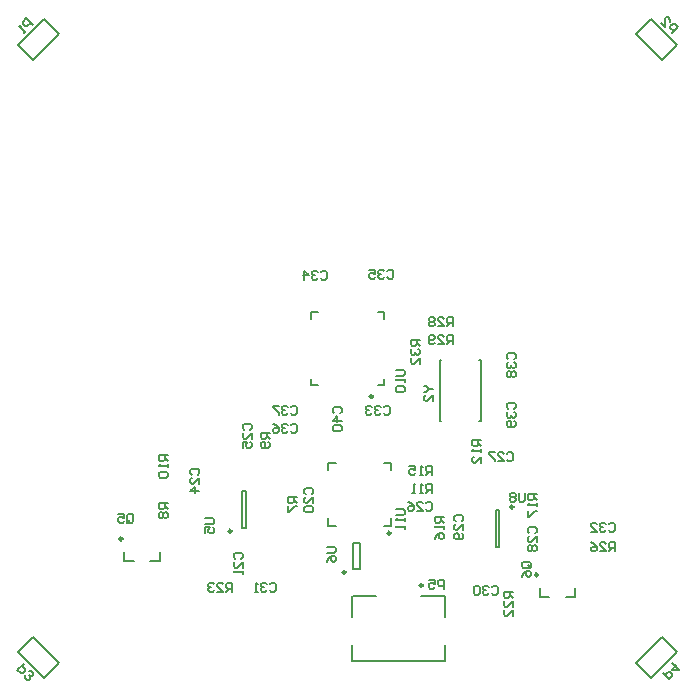
<source format=gbo>
G04*
G04 #@! TF.GenerationSoftware,Altium Limited,Altium Designer,21.6.1 (37)*
G04*
G04 Layer_Color=32896*
%FSLAX24Y24*%
%MOIN*%
G70*
G04*
G04 #@! TF.SameCoordinates,4ED41DF6-4530-4611-BF79-ADCA28F4CC56*
G04*
G04*
G04 #@! TF.FilePolarity,Positive*
G04*
G01*
G75*
%ADD10C,0.0098*%
%ADD11C,0.0079*%
%ADD12C,0.0080*%
%ADD16C,0.0050*%
D10*
X19933Y12351D02*
G03*
X19933Y12351I-49J0D01*
G01*
X19337Y16906D02*
G03*
X19337Y16906I-49J0D01*
G01*
X20999Y10609D02*
G03*
X20999Y10609I-49J0D01*
G01*
X24022Y13228D02*
G03*
X24022Y13228I-49J0D01*
G01*
X24841Y10963D02*
G03*
X24841Y10963I-49J0D01*
G01*
X18426Y11049D02*
G03*
X18426Y11049I-49J0D01*
G01*
X14627Y12422D02*
G03*
X14627Y12422I-49J0D01*
G01*
X10991Y12163D02*
G03*
X10991Y12163I-49J0D01*
G01*
D11*
X19697Y12607D02*
X19943D01*
Y12853D01*
Y14447D02*
Y14693D01*
X19697D02*
X19943D01*
X17857D02*
X18103D01*
X17857Y14447D02*
Y14693D01*
Y12607D02*
X18103D01*
X17857D02*
Y12853D01*
X19720Y19504D02*
Y19720D01*
X19504D02*
X19720D01*
X17280Y19504D02*
Y19720D01*
X17496D01*
X17280Y17280D02*
Y17496D01*
Y17280D02*
X17496D01*
X19720D02*
Y17496D01*
X19504Y17280D02*
X19720D01*
X22880Y16076D02*
X22939D01*
X22880Y18124D02*
X22939D01*
X21561Y16076D02*
X21620D01*
X21561Y18124D02*
X21620D01*
X22939Y16076D02*
Y18124D01*
X21561Y16076D02*
Y18124D01*
X23441Y11890D02*
Y13110D01*
X23559Y11890D02*
Y13110D01*
X23441Y11890D02*
X23559D01*
X23441Y13110D02*
X23559D01*
X25776Y10224D02*
X26091D01*
Y10539D01*
X24909Y10224D02*
X25224D01*
X24909D02*
Y10539D01*
X18682Y11167D02*
X18918D01*
X18682Y12033D02*
X18918D01*
X18682Y11167D02*
Y12033D01*
X18918Y11167D02*
Y12033D01*
X15109Y12540D02*
Y13760D01*
X14991Y12540D02*
Y13760D01*
X15109D01*
X14991Y12540D02*
X15109D01*
X11926Y11424D02*
X12241D01*
Y11739D01*
X11059Y11424D02*
X11374D01*
X11059D02*
Y11739D01*
X7522Y28623D02*
X8023Y28122D01*
X7522Y28623D02*
X8377Y29478D01*
X8878Y28977D01*
X8023Y28122D02*
X8878Y28977D01*
X28122D02*
X28623Y29478D01*
X29478Y28623D01*
X28977Y28122D02*
X29478Y28623D01*
X28122Y28977D02*
X28977Y28122D01*
Y8878D02*
X29478Y8377D01*
X28623Y7522D02*
X29478Y8377D01*
X28122Y8023D02*
X28623Y7522D01*
X28122Y8023D02*
X28977Y8878D01*
X8377Y7522D02*
X8878Y8023D01*
X7522Y8377D02*
X8377Y7522D01*
X7522Y8377D02*
X8023Y8878D01*
X8878Y8023D01*
D12*
X21750Y9561D02*
Y10273D01*
Y8104D02*
Y8611D01*
X18650Y8104D02*
Y8611D01*
X20950Y10273D02*
X21735D01*
X18665D02*
X19450D01*
X18665Y8104D02*
X21735D01*
X18650Y9561D02*
Y10273D01*
D16*
X18050Y16350D02*
X18000Y16400D01*
Y16500D01*
X18050Y16550D01*
X18250D01*
X18300Y16500D01*
Y16400D01*
X18250Y16350D01*
X18300Y16100D02*
X18000D01*
X18150Y16250D01*
Y16050D01*
X18050Y15950D02*
X18000Y15900D01*
Y15800D01*
X18050Y15750D01*
X18250D01*
X18300Y15800D01*
Y15900D01*
X18250Y15950D01*
X18050D01*
X21050Y17250D02*
X21100D01*
X21200Y17150D01*
X21100Y17050D01*
X21050D01*
X21200Y17150D02*
X21350D01*
Y16750D02*
Y16950D01*
X21150Y16750D01*
X21100D01*
X21050Y16800D01*
Y16900D01*
X21100Y16950D01*
X17100Y13650D02*
X17050Y13700D01*
Y13800D01*
X17100Y13850D01*
X17300D01*
X17350Y13800D01*
Y13700D01*
X17300Y13650D01*
X17350Y13350D02*
Y13550D01*
X17150Y13350D01*
X17100D01*
X17050Y13400D01*
Y13500D01*
X17100Y13550D01*
Y13250D02*
X17050Y13200D01*
Y13100D01*
X17100Y13050D01*
X17300D01*
X17350Y13100D01*
Y13200D01*
X17300Y13250D01*
X17100D01*
X14750Y11500D02*
X14700Y11550D01*
Y11650D01*
X14750Y11700D01*
X14950D01*
X15000Y11650D01*
Y11550D01*
X14950Y11500D01*
X15000Y11200D02*
Y11400D01*
X14800Y11200D01*
X14750D01*
X14700Y11250D01*
Y11350D01*
X14750Y11400D01*
X15000Y11100D02*
Y11000D01*
Y11050D01*
X14700D01*
X14750Y11100D01*
X13300Y14300D02*
X13250Y14350D01*
Y14450D01*
X13300Y14500D01*
X13500D01*
X13550Y14450D01*
Y14350D01*
X13500Y14300D01*
X13550Y14000D02*
Y14200D01*
X13350Y14000D01*
X13300D01*
X13250Y14050D01*
Y14150D01*
X13300Y14200D01*
X13550Y13750D02*
X13250D01*
X13400Y13900D01*
Y13700D01*
X15050Y15800D02*
X15000Y15850D01*
Y15950D01*
X15050Y16000D01*
X15250D01*
X15300Y15950D01*
Y15850D01*
X15250Y15800D01*
X15300Y15500D02*
Y15700D01*
X15100Y15500D01*
X15050D01*
X15000Y15550D01*
Y15650D01*
X15050Y15700D01*
X15000Y15200D02*
Y15400D01*
X15150D01*
X15100Y15300D01*
Y15250D01*
X15150Y15200D01*
X15250D01*
X15300Y15250D01*
Y15350D01*
X15250Y15400D01*
X21100Y13350D02*
X21150Y13400D01*
X21250D01*
X21300Y13350D01*
Y13150D01*
X21250Y13100D01*
X21150D01*
X21100Y13150D01*
X20800Y13100D02*
X21000D01*
X20800Y13300D01*
Y13350D01*
X20850Y13400D01*
X20950D01*
X21000Y13350D01*
X20500Y13400D02*
X20600Y13350D01*
X20700Y13250D01*
Y13150D01*
X20650Y13100D01*
X20550D01*
X20500Y13150D01*
Y13200D01*
X20550Y13250D01*
X20700D01*
X23800Y15000D02*
X23850Y15050D01*
X23950D01*
X24000Y15000D01*
Y14800D01*
X23950Y14750D01*
X23850D01*
X23800Y14800D01*
X23500Y14750D02*
X23700D01*
X23500Y14950D01*
Y15000D01*
X23550Y15050D01*
X23650D01*
X23700Y15000D01*
X23400Y15050D02*
X23200D01*
Y15000D01*
X23400Y14800D01*
Y14750D01*
X24550Y12350D02*
X24500Y12400D01*
Y12500D01*
X24550Y12550D01*
X24750D01*
X24800Y12500D01*
Y12400D01*
X24750Y12350D01*
X24800Y12050D02*
Y12250D01*
X24600Y12050D01*
X24550D01*
X24500Y12100D01*
Y12200D01*
X24550Y12250D01*
Y11950D02*
X24500Y11900D01*
Y11800D01*
X24550Y11750D01*
X24600D01*
X24650Y11800D01*
X24700Y11750D01*
X24750D01*
X24800Y11800D01*
Y11900D01*
X24750Y11950D01*
X24700D01*
X24650Y11900D01*
X24600Y11950D01*
X24550D01*
X24650Y11900D02*
Y11800D01*
X22100Y12750D02*
X22050Y12800D01*
Y12900D01*
X22100Y12950D01*
X22300D01*
X22350Y12900D01*
Y12800D01*
X22300Y12750D01*
X22350Y12450D02*
Y12650D01*
X22150Y12450D01*
X22100D01*
X22050Y12500D01*
Y12600D01*
X22100Y12650D01*
X22300Y12350D02*
X22350Y12300D01*
Y12200D01*
X22300Y12150D01*
X22100D01*
X22050Y12200D01*
Y12300D01*
X22100Y12350D01*
X22150D01*
X22200Y12300D01*
Y12150D01*
X23300Y10550D02*
X23350Y10600D01*
X23450D01*
X23500Y10550D01*
Y10350D01*
X23450Y10300D01*
X23350D01*
X23300Y10350D01*
X23200Y10550D02*
X23150Y10600D01*
X23050D01*
X23000Y10550D01*
Y10500D01*
X23050Y10450D01*
X23100D01*
X23050D01*
X23000Y10400D01*
Y10350D01*
X23050Y10300D01*
X23150D01*
X23200Y10350D01*
X22900Y10550D02*
X22850Y10600D01*
X22750D01*
X22700Y10550D01*
Y10350D01*
X22750Y10300D01*
X22850D01*
X22900Y10350D01*
Y10550D01*
X15900Y10650D02*
X15950Y10700D01*
X16050D01*
X16100Y10650D01*
Y10450D01*
X16050Y10400D01*
X15950D01*
X15900Y10450D01*
X15800Y10650D02*
X15750Y10700D01*
X15650D01*
X15600Y10650D01*
Y10600D01*
X15650Y10550D01*
X15700D01*
X15650D01*
X15600Y10500D01*
Y10450D01*
X15650Y10400D01*
X15750D01*
X15800Y10450D01*
X15500Y10400D02*
X15400D01*
X15450D01*
Y10700D01*
X15500Y10650D01*
X27200Y12650D02*
X27250Y12700D01*
X27350D01*
X27400Y12650D01*
Y12450D01*
X27350Y12400D01*
X27250D01*
X27200Y12450D01*
X27100Y12650D02*
X27050Y12700D01*
X26950D01*
X26900Y12650D01*
Y12600D01*
X26950Y12550D01*
X27000D01*
X26950D01*
X26900Y12500D01*
Y12450D01*
X26950Y12400D01*
X27050D01*
X27100Y12450D01*
X26600Y12400D02*
X26800D01*
X26600Y12600D01*
Y12650D01*
X26650Y12700D01*
X26750D01*
X26800Y12650D01*
X19700Y16550D02*
X19750Y16600D01*
X19850D01*
X19900Y16550D01*
Y16350D01*
X19850Y16300D01*
X19750D01*
X19700Y16350D01*
X19600Y16550D02*
X19550Y16600D01*
X19450D01*
X19400Y16550D01*
Y16500D01*
X19450Y16450D01*
X19500D01*
X19450D01*
X19400Y16400D01*
Y16350D01*
X19450Y16300D01*
X19550D01*
X19600Y16350D01*
X19300Y16550D02*
X19250Y16600D01*
X19150D01*
X19100Y16550D01*
Y16500D01*
X19150Y16450D01*
X19200D01*
X19150D01*
X19100Y16400D01*
Y16350D01*
X19150Y16300D01*
X19250D01*
X19300Y16350D01*
X17600Y21050D02*
X17650Y21100D01*
X17750D01*
X17800Y21050D01*
Y20850D01*
X17750Y20800D01*
X17650D01*
X17600Y20850D01*
X17500Y21050D02*
X17450Y21100D01*
X17350D01*
X17300Y21050D01*
Y21000D01*
X17350Y20950D01*
X17400D01*
X17350D01*
X17300Y20900D01*
Y20850D01*
X17350Y20800D01*
X17450D01*
X17500Y20850D01*
X17050Y20800D02*
Y21100D01*
X17200Y20950D01*
X17000D01*
X19820Y21079D02*
X19870Y21129D01*
X19970D01*
X20020Y21079D01*
Y20879D01*
X19970Y20829D01*
X19870D01*
X19820Y20879D01*
X19721Y21079D02*
X19671Y21129D01*
X19571D01*
X19521Y21079D01*
Y21029D01*
X19571Y20979D01*
X19621D01*
X19571D01*
X19521Y20929D01*
Y20879D01*
X19571Y20829D01*
X19671D01*
X19721Y20879D01*
X19221Y21129D02*
X19421D01*
Y20979D01*
X19321Y21029D01*
X19271D01*
X19221Y20979D01*
Y20879D01*
X19271Y20829D01*
X19371D01*
X19421Y20879D01*
X16600Y15950D02*
X16650Y16000D01*
X16750D01*
X16800Y15950D01*
Y15750D01*
X16750Y15700D01*
X16650D01*
X16600Y15750D01*
X16500Y15950D02*
X16450Y16000D01*
X16350D01*
X16300Y15950D01*
Y15900D01*
X16350Y15850D01*
X16400D01*
X16350D01*
X16300Y15800D01*
Y15750D01*
X16350Y15700D01*
X16450D01*
X16500Y15750D01*
X16000Y16000D02*
X16100Y15950D01*
X16200Y15850D01*
Y15750D01*
X16150Y15700D01*
X16050D01*
X16000Y15750D01*
Y15800D01*
X16050Y15850D01*
X16200D01*
X16600Y16550D02*
X16650Y16600D01*
X16750D01*
X16800Y16550D01*
Y16350D01*
X16750Y16300D01*
X16650D01*
X16600Y16350D01*
X16500Y16550D02*
X16450Y16600D01*
X16350D01*
X16300Y16550D01*
Y16500D01*
X16350Y16450D01*
X16400D01*
X16350D01*
X16300Y16400D01*
Y16350D01*
X16350Y16300D01*
X16450D01*
X16500Y16350D01*
X16200Y16600D02*
X16000D01*
Y16550D01*
X16200Y16350D01*
Y16300D01*
X23850Y18150D02*
X23800Y18200D01*
Y18300D01*
X23850Y18350D01*
X24050D01*
X24100Y18300D01*
Y18200D01*
X24050Y18150D01*
X23850Y18050D02*
X23800Y18000D01*
Y17900D01*
X23850Y17850D01*
X23900D01*
X23950Y17900D01*
Y17950D01*
Y17900D01*
X24000Y17850D01*
X24050D01*
X24100Y17900D01*
Y18000D01*
X24050Y18050D01*
X23850Y17750D02*
X23800Y17700D01*
Y17600D01*
X23850Y17550D01*
X23900D01*
X23950Y17600D01*
X24000Y17550D01*
X24050D01*
X24100Y17600D01*
Y17700D01*
X24050Y17750D01*
X24000D01*
X23950Y17700D01*
X23900Y17750D01*
X23850D01*
X23950Y17700D02*
Y17600D01*
X23850Y16500D02*
X23800Y16550D01*
Y16650D01*
X23850Y16700D01*
X24050D01*
X24100Y16650D01*
Y16550D01*
X24050Y16500D01*
X23850Y16400D02*
X23800Y16350D01*
Y16250D01*
X23850Y16200D01*
X23900D01*
X23950Y16250D01*
Y16300D01*
Y16250D01*
X24000Y16200D01*
X24050D01*
X24100Y16250D01*
Y16350D01*
X24050Y16400D01*
Y16100D02*
X24100Y16050D01*
Y15950D01*
X24050Y15900D01*
X23850D01*
X23800Y15950D01*
Y16050D01*
X23850Y16100D01*
X23900D01*
X23950Y16050D01*
Y15900D01*
X8000Y29300D02*
X7788Y29512D01*
X7682Y29406D01*
X7682Y29335D01*
X7753Y29265D01*
X7823Y29265D01*
X7929Y29371D01*
X7788Y29088D02*
X7717Y29017D01*
X7753Y29053D01*
X7541Y29265D01*
X7611D01*
X29295Y29012D02*
X29507Y29224D01*
X29401Y29330D01*
X29330Y29330D01*
X29260Y29260D01*
X29260Y29189D01*
X29366Y29083D01*
X28942Y29366D02*
X29083Y29224D01*
Y29507D01*
X29118Y29542D01*
X29189Y29542D01*
X29260Y29472D01*
Y29401D01*
X7700Y8000D02*
X7488Y7788D01*
X7594Y7682D01*
X7665Y7682D01*
X7735Y7753D01*
X7735Y7823D01*
X7629Y7929D01*
X7735Y7611D02*
Y7541D01*
X7806Y7470D01*
X7877Y7470D01*
X7912Y7505D01*
Y7576D01*
X7877Y7611D01*
X7912Y7576D01*
X7983Y7576D01*
X8018Y7611D01*
X8018Y7682D01*
X7947Y7753D01*
X7877D01*
X29000Y7700D02*
X29212Y7488D01*
X29318Y7594D01*
X29318Y7665D01*
X29247Y7735D01*
X29177Y7735D01*
X29071Y7629D01*
X29318Y8018D02*
X29530Y7806D01*
X29318Y7806D01*
X29459Y7947D01*
X21702Y10500D02*
Y10800D01*
X21552D01*
X21502Y10750D01*
Y10650D01*
X21552Y10600D01*
X21702D01*
X21202Y10800D02*
X21402D01*
Y10650D01*
X21302Y10700D01*
X21252D01*
X21202Y10650D01*
Y10550D01*
X21252Y10500D01*
X21352D01*
X21402Y10550D01*
X11150Y12750D02*
Y12950D01*
X11200Y13000D01*
X11300D01*
X11350Y12950D01*
Y12750D01*
X11300Y12700D01*
X11200D01*
X11250Y12800D02*
X11150Y12700D01*
X11200D02*
X11150Y12750D01*
X10850Y13000D02*
X11050D01*
Y12850D01*
X10950Y12900D01*
X10900D01*
X10850Y12850D01*
Y12750D01*
X10900Y12700D01*
X11000D01*
X11050Y12750D01*
X24550Y11200D02*
X24350D01*
X24300Y11250D01*
Y11350D01*
X24350Y11400D01*
X24550D01*
X24600Y11350D01*
Y11250D01*
X24500Y11300D02*
X24600Y11200D01*
Y11250D02*
X24550Y11200D01*
X24300Y10900D02*
X24350Y11000D01*
X24450Y11100D01*
X24550D01*
X24600Y11050D01*
Y10950D01*
X24550Y10900D01*
X24500D01*
X24450Y10950D01*
Y11100D01*
X16800Y13550D02*
X16500D01*
Y13400D01*
X16550Y13350D01*
X16650D01*
X16700Y13400D01*
Y13550D01*
Y13450D02*
X16800Y13350D01*
X16500Y13250D02*
Y13050D01*
X16550D01*
X16750Y13250D01*
X16800D01*
X12500Y13350D02*
X12200D01*
Y13200D01*
X12250Y13150D01*
X12350D01*
X12400Y13200D01*
Y13350D01*
Y13250D02*
X12500Y13150D01*
X12250Y13050D02*
X12200Y13000D01*
Y12900D01*
X12250Y12850D01*
X12300D01*
X12350Y12900D01*
X12400Y12850D01*
X12450D01*
X12500Y12900D01*
Y13000D01*
X12450Y13050D01*
X12400D01*
X12350Y13000D01*
X12300Y13050D01*
X12250D01*
X12350Y13000D02*
Y12900D01*
X15900Y15700D02*
X15600D01*
Y15550D01*
X15650Y15500D01*
X15750D01*
X15800Y15550D01*
Y15700D01*
Y15600D02*
X15900Y15500D01*
X15850Y15400D02*
X15900Y15350D01*
Y15250D01*
X15850Y15200D01*
X15650D01*
X15600Y15250D01*
Y15350D01*
X15650Y15400D01*
X15700D01*
X15750Y15350D01*
Y15200D01*
X12500Y14950D02*
X12200D01*
Y14800D01*
X12250Y14750D01*
X12350D01*
X12400Y14800D01*
Y14950D01*
Y14850D02*
X12500Y14750D01*
Y14650D02*
Y14550D01*
Y14600D01*
X12200D01*
X12250Y14650D01*
Y14400D02*
X12200Y14350D01*
Y14250D01*
X12250Y14200D01*
X12450D01*
X12500Y14250D01*
Y14350D01*
X12450Y14400D01*
X12250D01*
X21300Y13700D02*
Y14000D01*
X21150D01*
X21100Y13950D01*
Y13850D01*
X21150Y13800D01*
X21300D01*
X21200D02*
X21100Y13700D01*
X21000D02*
X20900D01*
X20950D01*
Y14000D01*
X21000Y13950D01*
X20750Y13700D02*
X20650D01*
X20700D01*
Y14000D01*
X20750Y13950D01*
X22950Y15450D02*
X22650D01*
Y15300D01*
X22700Y15250D01*
X22800D01*
X22850Y15300D01*
Y15450D01*
Y15350D02*
X22950Y15250D01*
Y15150D02*
Y15050D01*
Y15100D01*
X22650D01*
X22700Y15150D01*
X22950Y14700D02*
Y14900D01*
X22750Y14700D01*
X22700D01*
X22650Y14750D01*
Y14850D01*
X22700Y14900D01*
X21300Y14300D02*
Y14600D01*
X21150D01*
X21100Y14550D01*
Y14450D01*
X21150Y14400D01*
X21300D01*
X21200D02*
X21100Y14300D01*
X21000D02*
X20900D01*
X20950D01*
Y14600D01*
X21000Y14550D01*
X20550Y14600D02*
X20750D01*
Y14450D01*
X20650Y14500D01*
X20600D01*
X20550Y14450D01*
Y14350D01*
X20600Y14300D01*
X20700D01*
X20750Y14350D01*
X21700Y12900D02*
X21400D01*
Y12750D01*
X21450Y12700D01*
X21550D01*
X21600Y12750D01*
Y12900D01*
Y12800D02*
X21700Y12700D01*
Y12600D02*
Y12500D01*
Y12550D01*
X21400D01*
X21450Y12600D01*
X21400Y12150D02*
X21450Y12250D01*
X21550Y12350D01*
X21650D01*
X21700Y12300D01*
Y12200D01*
X21650Y12150D01*
X21600D01*
X21550Y12200D01*
Y12350D01*
X24800Y13650D02*
X24500D01*
Y13500D01*
X24550Y13450D01*
X24650D01*
X24700Y13500D01*
Y13650D01*
Y13550D02*
X24800Y13450D01*
Y13350D02*
Y13250D01*
Y13300D01*
X24500D01*
X24550Y13350D01*
X24500Y13100D02*
Y12900D01*
X24550D01*
X24750Y13100D01*
X24800D01*
X24000Y10400D02*
X23700D01*
Y10250D01*
X23750Y10200D01*
X23850D01*
X23900Y10250D01*
Y10400D01*
Y10300D02*
X24000Y10200D01*
Y9900D02*
Y10100D01*
X23800Y9900D01*
X23750D01*
X23700Y9950D01*
Y10050D01*
X23750Y10100D01*
X24000Y9600D02*
Y9800D01*
X23800Y9600D01*
X23750D01*
X23700Y9650D01*
Y9750D01*
X23750Y9800D01*
X14650Y10400D02*
Y10700D01*
X14500D01*
X14450Y10650D01*
Y10550D01*
X14500Y10500D01*
X14650D01*
X14550D02*
X14450Y10400D01*
X14150D02*
X14350D01*
X14150Y10600D01*
Y10650D01*
X14200Y10700D01*
X14300D01*
X14350Y10650D01*
X14050D02*
X14000Y10700D01*
X13900D01*
X13850Y10650D01*
Y10600D01*
X13900Y10550D01*
X13950D01*
X13900D01*
X13850Y10500D01*
Y10450D01*
X13900Y10400D01*
X14000D01*
X14050Y10450D01*
X27400Y11750D02*
Y12050D01*
X27250D01*
X27200Y12000D01*
Y11900D01*
X27250Y11850D01*
X27400D01*
X27300D02*
X27200Y11750D01*
X26900D02*
X27100D01*
X26900Y11950D01*
Y12000D01*
X26950Y12050D01*
X27050D01*
X27100Y12000D01*
X26600Y12050D02*
X26700Y12000D01*
X26800Y11900D01*
Y11800D01*
X26750Y11750D01*
X26650D01*
X26600Y11800D01*
Y11850D01*
X26650Y11900D01*
X26800D01*
X22000Y19250D02*
Y19550D01*
X21850D01*
X21800Y19500D01*
Y19400D01*
X21850Y19350D01*
X22000D01*
X21900D02*
X21800Y19250D01*
X21500D02*
X21700D01*
X21500Y19450D01*
Y19500D01*
X21550Y19550D01*
X21650D01*
X21700Y19500D01*
X21400D02*
X21350Y19550D01*
X21250D01*
X21200Y19500D01*
Y19450D01*
X21250Y19400D01*
X21200Y19350D01*
Y19300D01*
X21250Y19250D01*
X21350D01*
X21400Y19300D01*
Y19350D01*
X21350Y19400D01*
X21400Y19450D01*
Y19500D01*
X21350Y19400D02*
X21250D01*
X22000Y18650D02*
Y18950D01*
X21850D01*
X21800Y18900D01*
Y18800D01*
X21850Y18750D01*
X22000D01*
X21900D02*
X21800Y18650D01*
X21500D02*
X21700D01*
X21500Y18850D01*
Y18900D01*
X21550Y18950D01*
X21650D01*
X21700Y18900D01*
X21400Y18700D02*
X21350Y18650D01*
X21250D01*
X21200Y18700D01*
Y18900D01*
X21250Y18950D01*
X21350D01*
X21400Y18900D01*
Y18850D01*
X21350Y18800D01*
X21200D01*
X20900Y18800D02*
X20600D01*
Y18650D01*
X20650Y18600D01*
X20750D01*
X20800Y18650D01*
Y18800D01*
Y18700D02*
X20900Y18600D01*
X20650Y18500D02*
X20600Y18450D01*
Y18350D01*
X20650Y18300D01*
X20700D01*
X20750Y18350D01*
Y18400D01*
Y18350D01*
X20800Y18300D01*
X20850D01*
X20900Y18350D01*
Y18450D01*
X20850Y18500D01*
X20900Y18000D02*
Y18200D01*
X20700Y18000D01*
X20650D01*
X20600Y18050D01*
Y18150D01*
X20650Y18200D01*
X13750Y12850D02*
X14000D01*
X14050Y12800D01*
Y12700D01*
X14000Y12650D01*
X13750D01*
Y12350D02*
Y12550D01*
X13900D01*
X13850Y12450D01*
Y12400D01*
X13900Y12350D01*
X14000D01*
X14050Y12400D01*
Y12500D01*
X14000Y12550D01*
X17800Y11900D02*
X18050D01*
X18100Y11850D01*
Y11750D01*
X18050Y11700D01*
X17800D01*
Y11400D02*
X17850Y11500D01*
X17950Y11600D01*
X18050D01*
X18100Y11550D01*
Y11450D01*
X18050Y11400D01*
X18000D01*
X17950Y11450D01*
Y11600D01*
X24400Y13700D02*
Y13450D01*
X24350Y13400D01*
X24250D01*
X24200Y13450D01*
Y13700D01*
X24100Y13650D02*
X24050Y13700D01*
X23950D01*
X23900Y13650D01*
Y13600D01*
X23950Y13550D01*
X23900Y13500D01*
Y13450D01*
X23950Y13400D01*
X24050D01*
X24100Y13450D01*
Y13500D01*
X24050Y13550D01*
X24100Y13600D01*
Y13650D01*
X24050Y13550D02*
X23950D01*
X20100Y17800D02*
X20350D01*
X20400Y17750D01*
Y17650D01*
X20350Y17600D01*
X20100D01*
X20400Y17500D02*
Y17400D01*
Y17450D01*
X20100D01*
X20150Y17500D01*
Y17250D02*
X20100Y17200D01*
Y17100D01*
X20150Y17050D01*
X20350D01*
X20400Y17100D01*
Y17200D01*
X20350Y17250D01*
X20150D01*
X20100Y13150D02*
X20350D01*
X20400Y13100D01*
Y13000D01*
X20350Y12950D01*
X20100D01*
X20400Y12850D02*
Y12750D01*
Y12800D01*
X20100D01*
X20150Y12850D01*
X20400Y12600D02*
Y12500D01*
Y12550D01*
X20100D01*
X20150Y12600D01*
M02*

</source>
